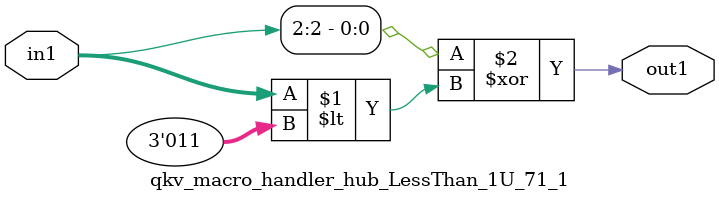
<source format=v>

`timescale 1ps / 1ps


module qkv_macro_handler_hub_LessThan_1U_71_1( in1, out1 );

    input [2:0] in1;
    output out1;

    
    // rtl_process:qkv_macro_handler_hub_LessThan_1U_71_1/qkv_macro_handler_hub_LessThan_1U_71_1_thread_1
    assign out1 = (in1[2] ^ in1 < 3'd3);

endmodule


</source>
